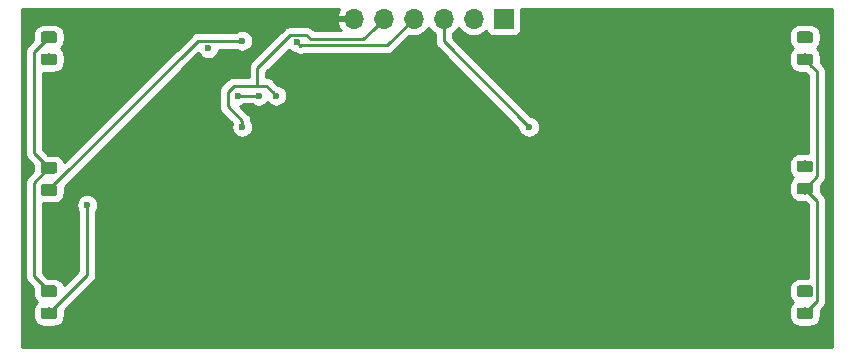
<source format=gbr>
G04 #@! TF.GenerationSoftware,KiCad,Pcbnew,(5.1.4)-1*
G04 #@! TF.CreationDate,2020-02-13T00:02:55-05:00*
G04 #@! TF.ProjectId,enemies,656e656d-6965-4732-9e6b-696361645f70,rev?*
G04 #@! TF.SameCoordinates,Original*
G04 #@! TF.FileFunction,Copper,L1,Top*
G04 #@! TF.FilePolarity,Positive*
%FSLAX46Y46*%
G04 Gerber Fmt 4.6, Leading zero omitted, Abs format (unit mm)*
G04 Created by KiCad (PCBNEW (5.1.4)-1) date 2020-02-13 00:02:55*
%MOMM*%
%LPD*%
G04 APERTURE LIST*
%ADD10O,1.700000X1.700000*%
%ADD11R,1.700000X1.700000*%
%ADD12C,0.100000*%
%ADD13C,0.975000*%
%ADD14C,0.600000*%
%ADD15C,0.250000*%
%ADD16C,0.254000*%
G04 APERTURE END LIST*
D10*
X128800000Y-86500000D03*
X131340000Y-86500000D03*
X133880000Y-86500000D03*
X136420000Y-86500000D03*
X138960000Y-86500000D03*
D11*
X141500000Y-86500000D03*
D12*
G36*
X103480142Y-98638674D02*
G01*
X103503803Y-98642184D01*
X103527007Y-98647996D01*
X103549529Y-98656054D01*
X103571153Y-98666282D01*
X103591670Y-98678579D01*
X103610883Y-98692829D01*
X103628607Y-98708893D01*
X103644671Y-98726617D01*
X103658921Y-98745830D01*
X103671218Y-98766347D01*
X103681446Y-98787971D01*
X103689504Y-98810493D01*
X103695316Y-98833697D01*
X103698826Y-98857358D01*
X103700000Y-98881250D01*
X103700000Y-99368750D01*
X103698826Y-99392642D01*
X103695316Y-99416303D01*
X103689504Y-99439507D01*
X103681446Y-99462029D01*
X103671218Y-99483653D01*
X103658921Y-99504170D01*
X103644671Y-99523383D01*
X103628607Y-99541107D01*
X103610883Y-99557171D01*
X103591670Y-99571421D01*
X103571153Y-99583718D01*
X103549529Y-99593946D01*
X103527007Y-99602004D01*
X103503803Y-99607816D01*
X103480142Y-99611326D01*
X103456250Y-99612500D01*
X102543750Y-99612500D01*
X102519858Y-99611326D01*
X102496197Y-99607816D01*
X102472993Y-99602004D01*
X102450471Y-99593946D01*
X102428847Y-99583718D01*
X102408330Y-99571421D01*
X102389117Y-99557171D01*
X102371393Y-99541107D01*
X102355329Y-99523383D01*
X102341079Y-99504170D01*
X102328782Y-99483653D01*
X102318554Y-99462029D01*
X102310496Y-99439507D01*
X102304684Y-99416303D01*
X102301174Y-99392642D01*
X102300000Y-99368750D01*
X102300000Y-98881250D01*
X102301174Y-98857358D01*
X102304684Y-98833697D01*
X102310496Y-98810493D01*
X102318554Y-98787971D01*
X102328782Y-98766347D01*
X102341079Y-98745830D01*
X102355329Y-98726617D01*
X102371393Y-98708893D01*
X102389117Y-98692829D01*
X102408330Y-98678579D01*
X102428847Y-98666282D01*
X102450471Y-98656054D01*
X102472993Y-98647996D01*
X102496197Y-98642184D01*
X102519858Y-98638674D01*
X102543750Y-98637500D01*
X103456250Y-98637500D01*
X103480142Y-98638674D01*
X103480142Y-98638674D01*
G37*
D13*
X103000000Y-99125000D03*
D12*
G36*
X103480142Y-100513674D02*
G01*
X103503803Y-100517184D01*
X103527007Y-100522996D01*
X103549529Y-100531054D01*
X103571153Y-100541282D01*
X103591670Y-100553579D01*
X103610883Y-100567829D01*
X103628607Y-100583893D01*
X103644671Y-100601617D01*
X103658921Y-100620830D01*
X103671218Y-100641347D01*
X103681446Y-100662971D01*
X103689504Y-100685493D01*
X103695316Y-100708697D01*
X103698826Y-100732358D01*
X103700000Y-100756250D01*
X103700000Y-101243750D01*
X103698826Y-101267642D01*
X103695316Y-101291303D01*
X103689504Y-101314507D01*
X103681446Y-101337029D01*
X103671218Y-101358653D01*
X103658921Y-101379170D01*
X103644671Y-101398383D01*
X103628607Y-101416107D01*
X103610883Y-101432171D01*
X103591670Y-101446421D01*
X103571153Y-101458718D01*
X103549529Y-101468946D01*
X103527007Y-101477004D01*
X103503803Y-101482816D01*
X103480142Y-101486326D01*
X103456250Y-101487500D01*
X102543750Y-101487500D01*
X102519858Y-101486326D01*
X102496197Y-101482816D01*
X102472993Y-101477004D01*
X102450471Y-101468946D01*
X102428847Y-101458718D01*
X102408330Y-101446421D01*
X102389117Y-101432171D01*
X102371393Y-101416107D01*
X102355329Y-101398383D01*
X102341079Y-101379170D01*
X102328782Y-101358653D01*
X102318554Y-101337029D01*
X102310496Y-101314507D01*
X102304684Y-101291303D01*
X102301174Y-101267642D01*
X102300000Y-101243750D01*
X102300000Y-100756250D01*
X102301174Y-100732358D01*
X102304684Y-100708697D01*
X102310496Y-100685493D01*
X102318554Y-100662971D01*
X102328782Y-100641347D01*
X102341079Y-100620830D01*
X102355329Y-100601617D01*
X102371393Y-100583893D01*
X102389117Y-100567829D01*
X102408330Y-100553579D01*
X102428847Y-100541282D01*
X102450471Y-100531054D01*
X102472993Y-100522996D01*
X102496197Y-100517184D01*
X102519858Y-100513674D01*
X102543750Y-100512500D01*
X103456250Y-100512500D01*
X103480142Y-100513674D01*
X103480142Y-100513674D01*
G37*
D13*
X103000000Y-101000000D03*
D12*
G36*
X167480142Y-100388674D02*
G01*
X167503803Y-100392184D01*
X167527007Y-100397996D01*
X167549529Y-100406054D01*
X167571153Y-100416282D01*
X167591670Y-100428579D01*
X167610883Y-100442829D01*
X167628607Y-100458893D01*
X167644671Y-100476617D01*
X167658921Y-100495830D01*
X167671218Y-100516347D01*
X167681446Y-100537971D01*
X167689504Y-100560493D01*
X167695316Y-100583697D01*
X167698826Y-100607358D01*
X167700000Y-100631250D01*
X167700000Y-101118750D01*
X167698826Y-101142642D01*
X167695316Y-101166303D01*
X167689504Y-101189507D01*
X167681446Y-101212029D01*
X167671218Y-101233653D01*
X167658921Y-101254170D01*
X167644671Y-101273383D01*
X167628607Y-101291107D01*
X167610883Y-101307171D01*
X167591670Y-101321421D01*
X167571153Y-101333718D01*
X167549529Y-101343946D01*
X167527007Y-101352004D01*
X167503803Y-101357816D01*
X167480142Y-101361326D01*
X167456250Y-101362500D01*
X166543750Y-101362500D01*
X166519858Y-101361326D01*
X166496197Y-101357816D01*
X166472993Y-101352004D01*
X166450471Y-101343946D01*
X166428847Y-101333718D01*
X166408330Y-101321421D01*
X166389117Y-101307171D01*
X166371393Y-101291107D01*
X166355329Y-101273383D01*
X166341079Y-101254170D01*
X166328782Y-101233653D01*
X166318554Y-101212029D01*
X166310496Y-101189507D01*
X166304684Y-101166303D01*
X166301174Y-101142642D01*
X166300000Y-101118750D01*
X166300000Y-100631250D01*
X166301174Y-100607358D01*
X166304684Y-100583697D01*
X166310496Y-100560493D01*
X166318554Y-100537971D01*
X166328782Y-100516347D01*
X166341079Y-100495830D01*
X166355329Y-100476617D01*
X166371393Y-100458893D01*
X166389117Y-100442829D01*
X166408330Y-100428579D01*
X166428847Y-100416282D01*
X166450471Y-100406054D01*
X166472993Y-100397996D01*
X166496197Y-100392184D01*
X166519858Y-100388674D01*
X166543750Y-100387500D01*
X167456250Y-100387500D01*
X167480142Y-100388674D01*
X167480142Y-100388674D01*
G37*
D13*
X167000000Y-100875000D03*
D12*
G36*
X167480142Y-98513674D02*
G01*
X167503803Y-98517184D01*
X167527007Y-98522996D01*
X167549529Y-98531054D01*
X167571153Y-98541282D01*
X167591670Y-98553579D01*
X167610883Y-98567829D01*
X167628607Y-98583893D01*
X167644671Y-98601617D01*
X167658921Y-98620830D01*
X167671218Y-98641347D01*
X167681446Y-98662971D01*
X167689504Y-98685493D01*
X167695316Y-98708697D01*
X167698826Y-98732358D01*
X167700000Y-98756250D01*
X167700000Y-99243750D01*
X167698826Y-99267642D01*
X167695316Y-99291303D01*
X167689504Y-99314507D01*
X167681446Y-99337029D01*
X167671218Y-99358653D01*
X167658921Y-99379170D01*
X167644671Y-99398383D01*
X167628607Y-99416107D01*
X167610883Y-99432171D01*
X167591670Y-99446421D01*
X167571153Y-99458718D01*
X167549529Y-99468946D01*
X167527007Y-99477004D01*
X167503803Y-99482816D01*
X167480142Y-99486326D01*
X167456250Y-99487500D01*
X166543750Y-99487500D01*
X166519858Y-99486326D01*
X166496197Y-99482816D01*
X166472993Y-99477004D01*
X166450471Y-99468946D01*
X166428847Y-99458718D01*
X166408330Y-99446421D01*
X166389117Y-99432171D01*
X166371393Y-99416107D01*
X166355329Y-99398383D01*
X166341079Y-99379170D01*
X166328782Y-99358653D01*
X166318554Y-99337029D01*
X166310496Y-99314507D01*
X166304684Y-99291303D01*
X166301174Y-99267642D01*
X166300000Y-99243750D01*
X166300000Y-98756250D01*
X166301174Y-98732358D01*
X166304684Y-98708697D01*
X166310496Y-98685493D01*
X166318554Y-98662971D01*
X166328782Y-98641347D01*
X166341079Y-98620830D01*
X166355329Y-98601617D01*
X166371393Y-98583893D01*
X166389117Y-98567829D01*
X166408330Y-98553579D01*
X166428847Y-98541282D01*
X166450471Y-98531054D01*
X166472993Y-98522996D01*
X166496197Y-98517184D01*
X166519858Y-98513674D01*
X166543750Y-98512500D01*
X167456250Y-98512500D01*
X167480142Y-98513674D01*
X167480142Y-98513674D01*
G37*
D13*
X167000000Y-99000000D03*
D12*
G36*
X167480142Y-110951174D02*
G01*
X167503803Y-110954684D01*
X167527007Y-110960496D01*
X167549529Y-110968554D01*
X167571153Y-110978782D01*
X167591670Y-110991079D01*
X167610883Y-111005329D01*
X167628607Y-111021393D01*
X167644671Y-111039117D01*
X167658921Y-111058330D01*
X167671218Y-111078847D01*
X167681446Y-111100471D01*
X167689504Y-111122993D01*
X167695316Y-111146197D01*
X167698826Y-111169858D01*
X167700000Y-111193750D01*
X167700000Y-111681250D01*
X167698826Y-111705142D01*
X167695316Y-111728803D01*
X167689504Y-111752007D01*
X167681446Y-111774529D01*
X167671218Y-111796153D01*
X167658921Y-111816670D01*
X167644671Y-111835883D01*
X167628607Y-111853607D01*
X167610883Y-111869671D01*
X167591670Y-111883921D01*
X167571153Y-111896218D01*
X167549529Y-111906446D01*
X167527007Y-111914504D01*
X167503803Y-111920316D01*
X167480142Y-111923826D01*
X167456250Y-111925000D01*
X166543750Y-111925000D01*
X166519858Y-111923826D01*
X166496197Y-111920316D01*
X166472993Y-111914504D01*
X166450471Y-111906446D01*
X166428847Y-111896218D01*
X166408330Y-111883921D01*
X166389117Y-111869671D01*
X166371393Y-111853607D01*
X166355329Y-111835883D01*
X166341079Y-111816670D01*
X166328782Y-111796153D01*
X166318554Y-111774529D01*
X166310496Y-111752007D01*
X166304684Y-111728803D01*
X166301174Y-111705142D01*
X166300000Y-111681250D01*
X166300000Y-111193750D01*
X166301174Y-111169858D01*
X166304684Y-111146197D01*
X166310496Y-111122993D01*
X166318554Y-111100471D01*
X166328782Y-111078847D01*
X166341079Y-111058330D01*
X166355329Y-111039117D01*
X166371393Y-111021393D01*
X166389117Y-111005329D01*
X166408330Y-110991079D01*
X166428847Y-110978782D01*
X166450471Y-110968554D01*
X166472993Y-110960496D01*
X166496197Y-110954684D01*
X166519858Y-110951174D01*
X166543750Y-110950000D01*
X167456250Y-110950000D01*
X167480142Y-110951174D01*
X167480142Y-110951174D01*
G37*
D13*
X167000000Y-111437500D03*
D12*
G36*
X167480142Y-109076174D02*
G01*
X167503803Y-109079684D01*
X167527007Y-109085496D01*
X167549529Y-109093554D01*
X167571153Y-109103782D01*
X167591670Y-109116079D01*
X167610883Y-109130329D01*
X167628607Y-109146393D01*
X167644671Y-109164117D01*
X167658921Y-109183330D01*
X167671218Y-109203847D01*
X167681446Y-109225471D01*
X167689504Y-109247993D01*
X167695316Y-109271197D01*
X167698826Y-109294858D01*
X167700000Y-109318750D01*
X167700000Y-109806250D01*
X167698826Y-109830142D01*
X167695316Y-109853803D01*
X167689504Y-109877007D01*
X167681446Y-109899529D01*
X167671218Y-109921153D01*
X167658921Y-109941670D01*
X167644671Y-109960883D01*
X167628607Y-109978607D01*
X167610883Y-109994671D01*
X167591670Y-110008921D01*
X167571153Y-110021218D01*
X167549529Y-110031446D01*
X167527007Y-110039504D01*
X167503803Y-110045316D01*
X167480142Y-110048826D01*
X167456250Y-110050000D01*
X166543750Y-110050000D01*
X166519858Y-110048826D01*
X166496197Y-110045316D01*
X166472993Y-110039504D01*
X166450471Y-110031446D01*
X166428847Y-110021218D01*
X166408330Y-110008921D01*
X166389117Y-109994671D01*
X166371393Y-109978607D01*
X166355329Y-109960883D01*
X166341079Y-109941670D01*
X166328782Y-109921153D01*
X166318554Y-109899529D01*
X166310496Y-109877007D01*
X166304684Y-109853803D01*
X166301174Y-109830142D01*
X166300000Y-109806250D01*
X166300000Y-109318750D01*
X166301174Y-109294858D01*
X166304684Y-109271197D01*
X166310496Y-109247993D01*
X166318554Y-109225471D01*
X166328782Y-109203847D01*
X166341079Y-109183330D01*
X166355329Y-109164117D01*
X166371393Y-109146393D01*
X166389117Y-109130329D01*
X166408330Y-109116079D01*
X166428847Y-109103782D01*
X166450471Y-109093554D01*
X166472993Y-109085496D01*
X166496197Y-109079684D01*
X166519858Y-109076174D01*
X166543750Y-109075000D01*
X167456250Y-109075000D01*
X167480142Y-109076174D01*
X167480142Y-109076174D01*
G37*
D13*
X167000000Y-109562500D03*
D12*
G36*
X103480142Y-87576174D02*
G01*
X103503803Y-87579684D01*
X103527007Y-87585496D01*
X103549529Y-87593554D01*
X103571153Y-87603782D01*
X103591670Y-87616079D01*
X103610883Y-87630329D01*
X103628607Y-87646393D01*
X103644671Y-87664117D01*
X103658921Y-87683330D01*
X103671218Y-87703847D01*
X103681446Y-87725471D01*
X103689504Y-87747993D01*
X103695316Y-87771197D01*
X103698826Y-87794858D01*
X103700000Y-87818750D01*
X103700000Y-88306250D01*
X103698826Y-88330142D01*
X103695316Y-88353803D01*
X103689504Y-88377007D01*
X103681446Y-88399529D01*
X103671218Y-88421153D01*
X103658921Y-88441670D01*
X103644671Y-88460883D01*
X103628607Y-88478607D01*
X103610883Y-88494671D01*
X103591670Y-88508921D01*
X103571153Y-88521218D01*
X103549529Y-88531446D01*
X103527007Y-88539504D01*
X103503803Y-88545316D01*
X103480142Y-88548826D01*
X103456250Y-88550000D01*
X102543750Y-88550000D01*
X102519858Y-88548826D01*
X102496197Y-88545316D01*
X102472993Y-88539504D01*
X102450471Y-88531446D01*
X102428847Y-88521218D01*
X102408330Y-88508921D01*
X102389117Y-88494671D01*
X102371393Y-88478607D01*
X102355329Y-88460883D01*
X102341079Y-88441670D01*
X102328782Y-88421153D01*
X102318554Y-88399529D01*
X102310496Y-88377007D01*
X102304684Y-88353803D01*
X102301174Y-88330142D01*
X102300000Y-88306250D01*
X102300000Y-87818750D01*
X102301174Y-87794858D01*
X102304684Y-87771197D01*
X102310496Y-87747993D01*
X102318554Y-87725471D01*
X102328782Y-87703847D01*
X102341079Y-87683330D01*
X102355329Y-87664117D01*
X102371393Y-87646393D01*
X102389117Y-87630329D01*
X102408330Y-87616079D01*
X102428847Y-87603782D01*
X102450471Y-87593554D01*
X102472993Y-87585496D01*
X102496197Y-87579684D01*
X102519858Y-87576174D01*
X102543750Y-87575000D01*
X103456250Y-87575000D01*
X103480142Y-87576174D01*
X103480142Y-87576174D01*
G37*
D13*
X103000000Y-88062500D03*
D12*
G36*
X103480142Y-89451174D02*
G01*
X103503803Y-89454684D01*
X103527007Y-89460496D01*
X103549529Y-89468554D01*
X103571153Y-89478782D01*
X103591670Y-89491079D01*
X103610883Y-89505329D01*
X103628607Y-89521393D01*
X103644671Y-89539117D01*
X103658921Y-89558330D01*
X103671218Y-89578847D01*
X103681446Y-89600471D01*
X103689504Y-89622993D01*
X103695316Y-89646197D01*
X103698826Y-89669858D01*
X103700000Y-89693750D01*
X103700000Y-90181250D01*
X103698826Y-90205142D01*
X103695316Y-90228803D01*
X103689504Y-90252007D01*
X103681446Y-90274529D01*
X103671218Y-90296153D01*
X103658921Y-90316670D01*
X103644671Y-90335883D01*
X103628607Y-90353607D01*
X103610883Y-90369671D01*
X103591670Y-90383921D01*
X103571153Y-90396218D01*
X103549529Y-90406446D01*
X103527007Y-90414504D01*
X103503803Y-90420316D01*
X103480142Y-90423826D01*
X103456250Y-90425000D01*
X102543750Y-90425000D01*
X102519858Y-90423826D01*
X102496197Y-90420316D01*
X102472993Y-90414504D01*
X102450471Y-90406446D01*
X102428847Y-90396218D01*
X102408330Y-90383921D01*
X102389117Y-90369671D01*
X102371393Y-90353607D01*
X102355329Y-90335883D01*
X102341079Y-90316670D01*
X102328782Y-90296153D01*
X102318554Y-90274529D01*
X102310496Y-90252007D01*
X102304684Y-90228803D01*
X102301174Y-90205142D01*
X102300000Y-90181250D01*
X102300000Y-89693750D01*
X102301174Y-89669858D01*
X102304684Y-89646197D01*
X102310496Y-89622993D01*
X102318554Y-89600471D01*
X102328782Y-89578847D01*
X102341079Y-89558330D01*
X102355329Y-89539117D01*
X102371393Y-89521393D01*
X102389117Y-89505329D01*
X102408330Y-89491079D01*
X102428847Y-89478782D01*
X102450471Y-89468554D01*
X102472993Y-89460496D01*
X102496197Y-89454684D01*
X102519858Y-89451174D01*
X102543750Y-89450000D01*
X103456250Y-89450000D01*
X103480142Y-89451174D01*
X103480142Y-89451174D01*
G37*
D13*
X103000000Y-89937500D03*
D12*
G36*
X103480142Y-109076174D02*
G01*
X103503803Y-109079684D01*
X103527007Y-109085496D01*
X103549529Y-109093554D01*
X103571153Y-109103782D01*
X103591670Y-109116079D01*
X103610883Y-109130329D01*
X103628607Y-109146393D01*
X103644671Y-109164117D01*
X103658921Y-109183330D01*
X103671218Y-109203847D01*
X103681446Y-109225471D01*
X103689504Y-109247993D01*
X103695316Y-109271197D01*
X103698826Y-109294858D01*
X103700000Y-109318750D01*
X103700000Y-109806250D01*
X103698826Y-109830142D01*
X103695316Y-109853803D01*
X103689504Y-109877007D01*
X103681446Y-109899529D01*
X103671218Y-109921153D01*
X103658921Y-109941670D01*
X103644671Y-109960883D01*
X103628607Y-109978607D01*
X103610883Y-109994671D01*
X103591670Y-110008921D01*
X103571153Y-110021218D01*
X103549529Y-110031446D01*
X103527007Y-110039504D01*
X103503803Y-110045316D01*
X103480142Y-110048826D01*
X103456250Y-110050000D01*
X102543750Y-110050000D01*
X102519858Y-110048826D01*
X102496197Y-110045316D01*
X102472993Y-110039504D01*
X102450471Y-110031446D01*
X102428847Y-110021218D01*
X102408330Y-110008921D01*
X102389117Y-109994671D01*
X102371393Y-109978607D01*
X102355329Y-109960883D01*
X102341079Y-109941670D01*
X102328782Y-109921153D01*
X102318554Y-109899529D01*
X102310496Y-109877007D01*
X102304684Y-109853803D01*
X102301174Y-109830142D01*
X102300000Y-109806250D01*
X102300000Y-109318750D01*
X102301174Y-109294858D01*
X102304684Y-109271197D01*
X102310496Y-109247993D01*
X102318554Y-109225471D01*
X102328782Y-109203847D01*
X102341079Y-109183330D01*
X102355329Y-109164117D01*
X102371393Y-109146393D01*
X102389117Y-109130329D01*
X102408330Y-109116079D01*
X102428847Y-109103782D01*
X102450471Y-109093554D01*
X102472993Y-109085496D01*
X102496197Y-109079684D01*
X102519858Y-109076174D01*
X102543750Y-109075000D01*
X103456250Y-109075000D01*
X103480142Y-109076174D01*
X103480142Y-109076174D01*
G37*
D13*
X103000000Y-109562500D03*
D12*
G36*
X103480142Y-110951174D02*
G01*
X103503803Y-110954684D01*
X103527007Y-110960496D01*
X103549529Y-110968554D01*
X103571153Y-110978782D01*
X103591670Y-110991079D01*
X103610883Y-111005329D01*
X103628607Y-111021393D01*
X103644671Y-111039117D01*
X103658921Y-111058330D01*
X103671218Y-111078847D01*
X103681446Y-111100471D01*
X103689504Y-111122993D01*
X103695316Y-111146197D01*
X103698826Y-111169858D01*
X103700000Y-111193750D01*
X103700000Y-111681250D01*
X103698826Y-111705142D01*
X103695316Y-111728803D01*
X103689504Y-111752007D01*
X103681446Y-111774529D01*
X103671218Y-111796153D01*
X103658921Y-111816670D01*
X103644671Y-111835883D01*
X103628607Y-111853607D01*
X103610883Y-111869671D01*
X103591670Y-111883921D01*
X103571153Y-111896218D01*
X103549529Y-111906446D01*
X103527007Y-111914504D01*
X103503803Y-111920316D01*
X103480142Y-111923826D01*
X103456250Y-111925000D01*
X102543750Y-111925000D01*
X102519858Y-111923826D01*
X102496197Y-111920316D01*
X102472993Y-111914504D01*
X102450471Y-111906446D01*
X102428847Y-111896218D01*
X102408330Y-111883921D01*
X102389117Y-111869671D01*
X102371393Y-111853607D01*
X102355329Y-111835883D01*
X102341079Y-111816670D01*
X102328782Y-111796153D01*
X102318554Y-111774529D01*
X102310496Y-111752007D01*
X102304684Y-111728803D01*
X102301174Y-111705142D01*
X102300000Y-111681250D01*
X102300000Y-111193750D01*
X102301174Y-111169858D01*
X102304684Y-111146197D01*
X102310496Y-111122993D01*
X102318554Y-111100471D01*
X102328782Y-111078847D01*
X102341079Y-111058330D01*
X102355329Y-111039117D01*
X102371393Y-111021393D01*
X102389117Y-111005329D01*
X102408330Y-110991079D01*
X102428847Y-110978782D01*
X102450471Y-110968554D01*
X102472993Y-110960496D01*
X102496197Y-110954684D01*
X102519858Y-110951174D01*
X102543750Y-110950000D01*
X103456250Y-110950000D01*
X103480142Y-110951174D01*
X103480142Y-110951174D01*
G37*
D13*
X103000000Y-111437500D03*
D12*
G36*
X167480142Y-89451174D02*
G01*
X167503803Y-89454684D01*
X167527007Y-89460496D01*
X167549529Y-89468554D01*
X167571153Y-89478782D01*
X167591670Y-89491079D01*
X167610883Y-89505329D01*
X167628607Y-89521393D01*
X167644671Y-89539117D01*
X167658921Y-89558330D01*
X167671218Y-89578847D01*
X167681446Y-89600471D01*
X167689504Y-89622993D01*
X167695316Y-89646197D01*
X167698826Y-89669858D01*
X167700000Y-89693750D01*
X167700000Y-90181250D01*
X167698826Y-90205142D01*
X167695316Y-90228803D01*
X167689504Y-90252007D01*
X167681446Y-90274529D01*
X167671218Y-90296153D01*
X167658921Y-90316670D01*
X167644671Y-90335883D01*
X167628607Y-90353607D01*
X167610883Y-90369671D01*
X167591670Y-90383921D01*
X167571153Y-90396218D01*
X167549529Y-90406446D01*
X167527007Y-90414504D01*
X167503803Y-90420316D01*
X167480142Y-90423826D01*
X167456250Y-90425000D01*
X166543750Y-90425000D01*
X166519858Y-90423826D01*
X166496197Y-90420316D01*
X166472993Y-90414504D01*
X166450471Y-90406446D01*
X166428847Y-90396218D01*
X166408330Y-90383921D01*
X166389117Y-90369671D01*
X166371393Y-90353607D01*
X166355329Y-90335883D01*
X166341079Y-90316670D01*
X166328782Y-90296153D01*
X166318554Y-90274529D01*
X166310496Y-90252007D01*
X166304684Y-90228803D01*
X166301174Y-90205142D01*
X166300000Y-90181250D01*
X166300000Y-89693750D01*
X166301174Y-89669858D01*
X166304684Y-89646197D01*
X166310496Y-89622993D01*
X166318554Y-89600471D01*
X166328782Y-89578847D01*
X166341079Y-89558330D01*
X166355329Y-89539117D01*
X166371393Y-89521393D01*
X166389117Y-89505329D01*
X166408330Y-89491079D01*
X166428847Y-89478782D01*
X166450471Y-89468554D01*
X166472993Y-89460496D01*
X166496197Y-89454684D01*
X166519858Y-89451174D01*
X166543750Y-89450000D01*
X167456250Y-89450000D01*
X167480142Y-89451174D01*
X167480142Y-89451174D01*
G37*
D13*
X167000000Y-89937500D03*
D12*
G36*
X167480142Y-87576174D02*
G01*
X167503803Y-87579684D01*
X167527007Y-87585496D01*
X167549529Y-87593554D01*
X167571153Y-87603782D01*
X167591670Y-87616079D01*
X167610883Y-87630329D01*
X167628607Y-87646393D01*
X167644671Y-87664117D01*
X167658921Y-87683330D01*
X167671218Y-87703847D01*
X167681446Y-87725471D01*
X167689504Y-87747993D01*
X167695316Y-87771197D01*
X167698826Y-87794858D01*
X167700000Y-87818750D01*
X167700000Y-88306250D01*
X167698826Y-88330142D01*
X167695316Y-88353803D01*
X167689504Y-88377007D01*
X167681446Y-88399529D01*
X167671218Y-88421153D01*
X167658921Y-88441670D01*
X167644671Y-88460883D01*
X167628607Y-88478607D01*
X167610883Y-88494671D01*
X167591670Y-88508921D01*
X167571153Y-88521218D01*
X167549529Y-88531446D01*
X167527007Y-88539504D01*
X167503803Y-88545316D01*
X167480142Y-88548826D01*
X167456250Y-88550000D01*
X166543750Y-88550000D01*
X166519858Y-88548826D01*
X166496197Y-88545316D01*
X166472993Y-88539504D01*
X166450471Y-88531446D01*
X166428847Y-88521218D01*
X166408330Y-88508921D01*
X166389117Y-88494671D01*
X166371393Y-88478607D01*
X166355329Y-88460883D01*
X166341079Y-88441670D01*
X166328782Y-88421153D01*
X166318554Y-88399529D01*
X166310496Y-88377007D01*
X166304684Y-88353803D01*
X166301174Y-88330142D01*
X166300000Y-88306250D01*
X166300000Y-87818750D01*
X166301174Y-87794858D01*
X166304684Y-87771197D01*
X166310496Y-87747993D01*
X166318554Y-87725471D01*
X166328782Y-87703847D01*
X166341079Y-87683330D01*
X166355329Y-87664117D01*
X166371393Y-87646393D01*
X166389117Y-87630329D01*
X166408330Y-87616079D01*
X166428847Y-87603782D01*
X166450471Y-87593554D01*
X166472993Y-87585496D01*
X166496197Y-87579684D01*
X166519858Y-87576174D01*
X166543750Y-87575000D01*
X167456250Y-87575000D01*
X167480142Y-87576174D01*
X167480142Y-87576174D01*
G37*
D13*
X167000000Y-88062500D03*
D14*
X116500000Y-88975000D03*
X147800000Y-104500000D03*
X122200000Y-104500000D03*
X118095000Y-95650000D03*
X167000000Y-100875000D03*
X167000000Y-88062500D03*
X120750000Y-93000000D03*
X106250000Y-102250000D03*
X119000004Y-93000000D03*
X124000006Y-88500000D03*
X103000010Y-99125000D03*
X143650000Y-95650000D03*
X103000004Y-89937500D03*
X119365000Y-88350000D03*
X167000000Y-109562500D03*
X103000022Y-101000000D03*
X167000000Y-99000000D03*
X119365000Y-95650000D03*
X122250000Y-93000012D03*
D15*
X167556237Y-110881263D02*
X167000000Y-111437500D01*
X168025010Y-110412490D02*
X167556237Y-110881263D01*
X168025010Y-101900010D02*
X168025010Y-110412490D01*
X167000000Y-100875000D02*
X168025010Y-101900010D01*
X167556237Y-90493737D02*
X167000000Y-89937500D01*
X168025010Y-90962510D02*
X167556237Y-90493737D01*
X168025010Y-99849990D02*
X168025010Y-90962510D01*
X167000000Y-100875000D02*
X168025010Y-99849990D01*
X120750000Y-93000000D02*
X119000004Y-93000000D01*
X124300005Y-88799999D02*
X124000006Y-88500000D01*
X124350004Y-88750000D02*
X124300005Y-88799999D01*
X133880000Y-86500000D02*
X131630000Y-88750000D01*
X131630000Y-88750000D02*
X124350004Y-88750000D01*
X106250000Y-102674264D02*
X106250000Y-102250000D01*
X106250000Y-108187500D02*
X106250000Y-102674264D01*
X103250000Y-111437500D02*
X103250000Y-111187500D01*
X103250000Y-111187500D02*
X106250000Y-108187500D01*
X102700011Y-99424999D02*
X103000010Y-99125000D01*
X101750000Y-100375010D02*
X102700011Y-99424999D01*
X101750000Y-108312500D02*
X101750000Y-100375010D01*
X103250000Y-109562500D02*
X103000000Y-109562500D01*
X103000000Y-109562500D02*
X101750000Y-108312500D01*
X102700011Y-98825001D02*
X103000010Y-99125000D01*
X101750000Y-97874990D02*
X102700011Y-98825001D01*
X101750000Y-89312500D02*
X101750000Y-97874990D01*
X103250000Y-88062500D02*
X103000000Y-88062500D01*
X103000000Y-88062500D02*
X101750000Y-89312500D01*
X136420000Y-86500000D02*
X136420000Y-88420000D01*
X136420000Y-88420000D02*
X143650000Y-95650000D01*
X103300021Y-100700001D02*
X103000022Y-101000000D01*
X115650022Y-88350000D02*
X103300021Y-100700001D01*
X119365000Y-88350000D02*
X115650022Y-88350000D01*
X121950001Y-92700013D02*
X122250000Y-93000012D01*
X120662499Y-92162499D02*
X121412487Y-92162499D01*
X121412487Y-92162499D02*
X121950001Y-92700013D01*
X118124998Y-92699998D02*
X118662497Y-92162499D01*
X118124998Y-93884998D02*
X118124998Y-92699998D01*
X118662497Y-92162499D02*
X120662499Y-92162499D01*
X119365000Y-95650000D02*
X119365000Y-95125000D01*
X119365000Y-95125000D02*
X118124998Y-93884998D01*
X130490001Y-87349999D02*
X131340000Y-86500000D01*
X120662499Y-90662498D02*
X123449998Y-87874999D01*
X123449998Y-87874999D02*
X124800001Y-87874999D01*
X124800001Y-87874999D02*
X125175002Y-88250000D01*
X125175002Y-88250000D02*
X129590000Y-88250000D01*
X120662499Y-92162499D02*
X120662499Y-90662498D01*
X129590000Y-88250000D02*
X130490001Y-87349999D01*
D16*
G36*
X127455843Y-85868748D02*
G01*
X127358519Y-86143109D01*
X127479186Y-86373000D01*
X128673000Y-86373000D01*
X128673000Y-86353000D01*
X128927000Y-86353000D01*
X128927000Y-86373000D01*
X128947000Y-86373000D01*
X128947000Y-86627000D01*
X128927000Y-86627000D01*
X128927000Y-86647000D01*
X128673000Y-86647000D01*
X128673000Y-86627000D01*
X127479186Y-86627000D01*
X127358519Y-86856891D01*
X127455843Y-87131252D01*
X127604822Y-87381355D01*
X127702753Y-87490000D01*
X125489803Y-87490000D01*
X125363805Y-87364002D01*
X125340002Y-87334998D01*
X125224277Y-87240025D01*
X125092248Y-87169453D01*
X124948987Y-87125996D01*
X124837334Y-87114999D01*
X124837323Y-87114999D01*
X124800001Y-87111323D01*
X124762679Y-87114999D01*
X123487321Y-87114999D01*
X123449998Y-87111323D01*
X123412675Y-87114999D01*
X123412665Y-87114999D01*
X123301012Y-87125996D01*
X123177600Y-87163432D01*
X123157751Y-87169453D01*
X123025721Y-87240025D01*
X122954075Y-87298824D01*
X122909997Y-87334998D01*
X122886199Y-87363996D01*
X120151497Y-90098699D01*
X120122499Y-90122497D01*
X120098701Y-90151495D01*
X120098700Y-90151496D01*
X120027525Y-90238222D01*
X119956953Y-90370252D01*
X119913497Y-90513513D01*
X119898823Y-90662498D01*
X119902500Y-90699830D01*
X119902500Y-91402499D01*
X118699819Y-91402499D01*
X118662496Y-91398823D01*
X118625173Y-91402499D01*
X118625164Y-91402499D01*
X118513511Y-91413496D01*
X118370250Y-91456953D01*
X118238221Y-91527525D01*
X118238219Y-91527526D01*
X118238220Y-91527526D01*
X118151493Y-91598700D01*
X118151489Y-91598704D01*
X118122496Y-91622498D01*
X118098702Y-91651492D01*
X117613995Y-92136200D01*
X117584998Y-92159997D01*
X117561200Y-92188995D01*
X117561199Y-92188996D01*
X117490024Y-92275722D01*
X117419452Y-92407752D01*
X117405197Y-92454746D01*
X117375996Y-92551012D01*
X117375395Y-92557111D01*
X117361322Y-92699998D01*
X117364999Y-92737330D01*
X117364998Y-93847675D01*
X117361322Y-93884998D01*
X117364998Y-93922320D01*
X117364998Y-93922330D01*
X117375995Y-94033983D01*
X117419452Y-94177244D01*
X117490024Y-94309274D01*
X117529869Y-94357824D01*
X117584997Y-94424999D01*
X117614001Y-94448802D01*
X118488349Y-95323151D01*
X118465932Y-95377271D01*
X118430000Y-95557911D01*
X118430000Y-95742089D01*
X118465932Y-95922729D01*
X118536414Y-96092889D01*
X118638738Y-96246028D01*
X118768972Y-96376262D01*
X118922111Y-96478586D01*
X119092271Y-96549068D01*
X119272911Y-96585000D01*
X119457089Y-96585000D01*
X119637729Y-96549068D01*
X119807889Y-96478586D01*
X119961028Y-96376262D01*
X120091262Y-96246028D01*
X120193586Y-96092889D01*
X120264068Y-95922729D01*
X120300000Y-95742089D01*
X120300000Y-95557911D01*
X120264068Y-95377271D01*
X120193586Y-95207111D01*
X120126939Y-95107367D01*
X120125000Y-95087675D01*
X120125000Y-95087667D01*
X120114003Y-94976014D01*
X120070546Y-94832753D01*
X119999974Y-94700724D01*
X119905001Y-94584999D01*
X119876003Y-94561201D01*
X119223636Y-93908834D01*
X119272733Y-93899068D01*
X119442893Y-93828586D01*
X119545539Y-93760000D01*
X120204465Y-93760000D01*
X120307111Y-93828586D01*
X120477271Y-93899068D01*
X120657911Y-93935000D01*
X120842089Y-93935000D01*
X121022729Y-93899068D01*
X121192889Y-93828586D01*
X121346028Y-93726262D01*
X121476262Y-93596028D01*
X121499996Y-93560508D01*
X121523738Y-93596040D01*
X121653972Y-93726274D01*
X121807111Y-93828598D01*
X121977271Y-93899080D01*
X122157911Y-93935012D01*
X122342089Y-93935012D01*
X122522729Y-93899080D01*
X122692889Y-93828598D01*
X122846028Y-93726274D01*
X122976262Y-93596040D01*
X123078586Y-93442901D01*
X123149068Y-93272741D01*
X123185000Y-93092101D01*
X123185000Y-92907923D01*
X123149068Y-92727283D01*
X123078586Y-92557123D01*
X122976262Y-92403984D01*
X122846028Y-92273750D01*
X122692889Y-92171426D01*
X122522729Y-92100944D01*
X122401649Y-92076859D01*
X121976290Y-91651501D01*
X121952488Y-91622498D01*
X121836763Y-91527525D01*
X121704734Y-91456953D01*
X121561473Y-91413496D01*
X121449820Y-91402499D01*
X121449809Y-91402499D01*
X121422499Y-91399809D01*
X121422499Y-90977299D01*
X123288757Y-89111041D01*
X123403978Y-89226262D01*
X123557117Y-89328586D01*
X123727277Y-89399068D01*
X123865475Y-89426558D01*
X123875729Y-89434973D01*
X123925329Y-89461485D01*
X124007758Y-89505545D01*
X124151019Y-89549002D01*
X124300005Y-89563675D01*
X124448991Y-89549002D01*
X124577565Y-89510000D01*
X131592678Y-89510000D01*
X131630000Y-89513676D01*
X131667322Y-89510000D01*
X131667333Y-89510000D01*
X131778986Y-89499003D01*
X131922247Y-89455546D01*
X132054276Y-89384974D01*
X132170001Y-89290001D01*
X132193804Y-89260997D01*
X133514005Y-87940797D01*
X133588889Y-87963513D01*
X133807050Y-87985000D01*
X133952950Y-87985000D01*
X134171111Y-87963513D01*
X134451034Y-87878599D01*
X134709014Y-87740706D01*
X134935134Y-87555134D01*
X135120706Y-87329014D01*
X135150000Y-87274209D01*
X135179294Y-87329014D01*
X135364866Y-87555134D01*
X135590986Y-87740706D01*
X135660001Y-87777595D01*
X135660001Y-88382668D01*
X135656324Y-88420000D01*
X135660001Y-88457333D01*
X135670998Y-88568986D01*
X135682515Y-88606954D01*
X135714454Y-88712246D01*
X135785026Y-88844276D01*
X135829925Y-88898985D01*
X135880000Y-88960001D01*
X135908998Y-88983799D01*
X142726847Y-95801649D01*
X142750932Y-95922729D01*
X142821414Y-96092889D01*
X142923738Y-96246028D01*
X143053972Y-96376262D01*
X143207111Y-96478586D01*
X143377271Y-96549068D01*
X143557911Y-96585000D01*
X143742089Y-96585000D01*
X143922729Y-96549068D01*
X144092889Y-96478586D01*
X144246028Y-96376262D01*
X144376262Y-96246028D01*
X144478586Y-96092889D01*
X144549068Y-95922729D01*
X144585000Y-95742089D01*
X144585000Y-95557911D01*
X144549068Y-95377271D01*
X144478586Y-95207111D01*
X144376262Y-95053972D01*
X144246028Y-94923738D01*
X144092889Y-94821414D01*
X143922729Y-94750932D01*
X143801649Y-94726847D01*
X137180000Y-88105199D01*
X137180000Y-87777595D01*
X137249014Y-87740706D01*
X137475134Y-87555134D01*
X137660706Y-87329014D01*
X137690000Y-87274209D01*
X137719294Y-87329014D01*
X137904866Y-87555134D01*
X138130986Y-87740706D01*
X138388966Y-87878599D01*
X138668889Y-87963513D01*
X138887050Y-87985000D01*
X139032950Y-87985000D01*
X139251111Y-87963513D01*
X139531034Y-87878599D01*
X139789014Y-87740706D01*
X140015134Y-87555134D01*
X140039607Y-87525313D01*
X140060498Y-87594180D01*
X140119463Y-87704494D01*
X140198815Y-87801185D01*
X140295506Y-87880537D01*
X140405820Y-87939502D01*
X140525518Y-87975812D01*
X140650000Y-87988072D01*
X142350000Y-87988072D01*
X142474482Y-87975812D01*
X142594180Y-87939502D01*
X142704494Y-87880537D01*
X142779781Y-87818750D01*
X165661928Y-87818750D01*
X165661928Y-88306250D01*
X165678872Y-88478285D01*
X165729053Y-88643709D01*
X165810542Y-88796164D01*
X165920208Y-88929792D01*
X166005756Y-89000000D01*
X165920208Y-89070208D01*
X165810542Y-89203836D01*
X165729053Y-89356291D01*
X165678872Y-89521715D01*
X165661928Y-89693750D01*
X165661928Y-90181250D01*
X165678872Y-90353285D01*
X165729053Y-90518709D01*
X165810542Y-90671164D01*
X165920208Y-90804792D01*
X166053836Y-90914458D01*
X166206291Y-90995947D01*
X166371715Y-91046128D01*
X166543750Y-91063072D01*
X167050771Y-91063072D01*
X167265011Y-91277312D01*
X167265010Y-97874428D01*
X166543750Y-97874428D01*
X166371715Y-97891372D01*
X166206291Y-97941553D01*
X166053836Y-98023042D01*
X165920208Y-98132708D01*
X165810542Y-98266336D01*
X165729053Y-98418791D01*
X165678872Y-98584215D01*
X165661928Y-98756250D01*
X165661928Y-99243750D01*
X165678872Y-99415785D01*
X165729053Y-99581209D01*
X165810542Y-99733664D01*
X165920208Y-99867292D01*
X166005756Y-99937500D01*
X165920208Y-100007708D01*
X165810542Y-100141336D01*
X165729053Y-100293791D01*
X165678872Y-100459215D01*
X165661928Y-100631250D01*
X165661928Y-101118750D01*
X165678872Y-101290785D01*
X165729053Y-101456209D01*
X165810542Y-101608664D01*
X165920208Y-101742292D01*
X166053836Y-101851958D01*
X166206291Y-101933447D01*
X166371715Y-101983628D01*
X166543750Y-102000572D01*
X167050770Y-102000572D01*
X167265010Y-102214812D01*
X167265011Y-108436928D01*
X166543750Y-108436928D01*
X166371715Y-108453872D01*
X166206291Y-108504053D01*
X166053836Y-108585542D01*
X165920208Y-108695208D01*
X165810542Y-108828836D01*
X165729053Y-108981291D01*
X165678872Y-109146715D01*
X165661928Y-109318750D01*
X165661928Y-109806250D01*
X165678872Y-109978285D01*
X165729053Y-110143709D01*
X165810542Y-110296164D01*
X165920208Y-110429792D01*
X166005756Y-110500000D01*
X165920208Y-110570208D01*
X165810542Y-110703836D01*
X165729053Y-110856291D01*
X165678872Y-111021715D01*
X165661928Y-111193750D01*
X165661928Y-111681250D01*
X165678872Y-111853285D01*
X165729053Y-112018709D01*
X165810542Y-112171164D01*
X165920208Y-112304792D01*
X166053836Y-112414458D01*
X166206291Y-112495947D01*
X166371715Y-112546128D01*
X166543750Y-112563072D01*
X167456250Y-112563072D01*
X167628285Y-112546128D01*
X167793709Y-112495947D01*
X167946164Y-112414458D01*
X168079792Y-112304792D01*
X168189458Y-112171164D01*
X168270947Y-112018709D01*
X168321128Y-111853285D01*
X168338072Y-111681250D01*
X168338072Y-111193750D01*
X168336322Y-111175979D01*
X168536007Y-110976294D01*
X168565011Y-110952491D01*
X168625041Y-110879344D01*
X168659984Y-110836767D01*
X168730556Y-110704737D01*
X168740751Y-110671128D01*
X168774013Y-110561476D01*
X168785010Y-110449823D01*
X168785010Y-110449814D01*
X168788686Y-110412491D01*
X168785010Y-110375168D01*
X168785010Y-101937332D01*
X168788686Y-101900009D01*
X168785010Y-101862686D01*
X168785010Y-101862677D01*
X168774013Y-101751024D01*
X168730556Y-101607763D01*
X168716008Y-101580546D01*
X168659984Y-101475733D01*
X168588809Y-101389007D01*
X168565011Y-101360009D01*
X168536014Y-101336212D01*
X168336322Y-101136520D01*
X168338072Y-101118750D01*
X168338072Y-100631250D01*
X168336322Y-100613480D01*
X168536014Y-100413788D01*
X168565011Y-100389991D01*
X168610142Y-100334999D01*
X168659984Y-100274267D01*
X168730556Y-100142237D01*
X168732387Y-100136202D01*
X168774013Y-99998976D01*
X168785010Y-99887323D01*
X168785010Y-99887314D01*
X168788686Y-99849991D01*
X168785010Y-99812668D01*
X168785010Y-90999832D01*
X168788686Y-90962509D01*
X168785010Y-90925186D01*
X168785010Y-90925177D01*
X168774013Y-90813524D01*
X168730556Y-90670263D01*
X168706450Y-90625165D01*
X168659984Y-90538233D01*
X168623466Y-90493737D01*
X168565011Y-90422509D01*
X168536007Y-90398706D01*
X168336322Y-90199021D01*
X168338072Y-90181250D01*
X168338072Y-89693750D01*
X168321128Y-89521715D01*
X168270947Y-89356291D01*
X168189458Y-89203836D01*
X168079792Y-89070208D01*
X167994244Y-89000000D01*
X168079792Y-88929792D01*
X168189458Y-88796164D01*
X168270947Y-88643709D01*
X168321128Y-88478285D01*
X168338072Y-88306250D01*
X168338072Y-87818750D01*
X168321128Y-87646715D01*
X168270947Y-87481291D01*
X168189458Y-87328836D01*
X168079792Y-87195208D01*
X167946164Y-87085542D01*
X167793709Y-87004053D01*
X167628285Y-86953872D01*
X167456250Y-86936928D01*
X166543750Y-86936928D01*
X166371715Y-86953872D01*
X166206291Y-87004053D01*
X166053836Y-87085542D01*
X165920208Y-87195208D01*
X165810542Y-87328836D01*
X165729053Y-87481291D01*
X165678872Y-87646715D01*
X165661928Y-87818750D01*
X142779781Y-87818750D01*
X142801185Y-87801185D01*
X142880537Y-87704494D01*
X142939502Y-87594180D01*
X142975812Y-87474482D01*
X142988072Y-87350000D01*
X142988072Y-85710000D01*
X169290000Y-85710000D01*
X169290001Y-114290000D01*
X100710000Y-114290000D01*
X100710000Y-89312500D01*
X100986324Y-89312500D01*
X100990000Y-89349822D01*
X100990001Y-97837658D01*
X100986324Y-97874990D01*
X100990001Y-97912323D01*
X101000998Y-98023976D01*
X101013442Y-98065000D01*
X101044454Y-98167236D01*
X101115026Y-98299266D01*
X101177998Y-98375997D01*
X101210000Y-98414991D01*
X101238998Y-98438789D01*
X101663679Y-98863471D01*
X101661928Y-98881250D01*
X101661928Y-99368750D01*
X101663679Y-99386529D01*
X101238998Y-99811211D01*
X101210000Y-99835009D01*
X101186202Y-99864007D01*
X101186201Y-99864008D01*
X101115026Y-99950734D01*
X101044454Y-100082764D01*
X101026687Y-100141336D01*
X101000998Y-100226024D01*
X100992609Y-100311201D01*
X100986324Y-100375010D01*
X100990001Y-100412342D01*
X100990000Y-108275178D01*
X100986324Y-108312500D01*
X100990000Y-108349822D01*
X100990000Y-108349832D01*
X101000997Y-108461485D01*
X101006537Y-108479747D01*
X101044454Y-108604746D01*
X101115026Y-108736776D01*
X101154871Y-108785326D01*
X101209999Y-108852501D01*
X101239003Y-108876304D01*
X101663678Y-109300980D01*
X101661928Y-109318750D01*
X101661928Y-109806250D01*
X101678872Y-109978285D01*
X101729053Y-110143709D01*
X101810542Y-110296164D01*
X101920208Y-110429792D01*
X102005756Y-110500000D01*
X101920208Y-110570208D01*
X101810542Y-110703836D01*
X101729053Y-110856291D01*
X101678872Y-111021715D01*
X101661928Y-111193750D01*
X101661928Y-111681250D01*
X101678872Y-111853285D01*
X101729053Y-112018709D01*
X101810542Y-112171164D01*
X101920208Y-112304792D01*
X102053836Y-112414458D01*
X102206291Y-112495947D01*
X102371715Y-112546128D01*
X102543750Y-112563072D01*
X103456250Y-112563072D01*
X103628285Y-112546128D01*
X103793709Y-112495947D01*
X103946164Y-112414458D01*
X104079792Y-112304792D01*
X104189458Y-112171164D01*
X104270947Y-112018709D01*
X104321128Y-111853285D01*
X104338072Y-111681250D01*
X104338072Y-111193750D01*
X104336322Y-111175979D01*
X106761004Y-108751298D01*
X106790001Y-108727501D01*
X106884974Y-108611776D01*
X106955546Y-108479747D01*
X106999003Y-108336486D01*
X107010000Y-108224833D01*
X107010000Y-108224825D01*
X107013676Y-108187500D01*
X107010000Y-108150175D01*
X107010000Y-102795535D01*
X107078586Y-102692889D01*
X107149068Y-102522729D01*
X107185000Y-102342089D01*
X107185000Y-102157911D01*
X107149068Y-101977271D01*
X107078586Y-101807111D01*
X106976262Y-101653972D01*
X106846028Y-101523738D01*
X106692889Y-101421414D01*
X106522729Y-101350932D01*
X106342089Y-101315000D01*
X106157911Y-101315000D01*
X105977271Y-101350932D01*
X105807111Y-101421414D01*
X105653972Y-101523738D01*
X105523738Y-101653972D01*
X105421414Y-101807111D01*
X105350932Y-101977271D01*
X105315000Y-102157911D01*
X105315000Y-102342089D01*
X105350932Y-102522729D01*
X105421414Y-102692889D01*
X105490001Y-102795537D01*
X105490000Y-107872698D01*
X104296656Y-109066042D01*
X104270947Y-108981291D01*
X104189458Y-108828836D01*
X104079792Y-108695208D01*
X103946164Y-108585542D01*
X103793709Y-108504053D01*
X103628285Y-108453872D01*
X103456250Y-108436928D01*
X102949230Y-108436928D01*
X102510000Y-107997699D01*
X102510000Y-102122248D01*
X102543750Y-102125572D01*
X103456250Y-102125572D01*
X103628285Y-102108628D01*
X103793709Y-102058447D01*
X103946164Y-101976958D01*
X104079792Y-101867292D01*
X104189458Y-101733664D01*
X104270947Y-101581209D01*
X104321128Y-101415785D01*
X104338072Y-101243750D01*
X104338072Y-100756250D01*
X104336324Y-100738499D01*
X115667173Y-89407651D01*
X115671414Y-89417889D01*
X115773738Y-89571028D01*
X115903972Y-89701262D01*
X116057111Y-89803586D01*
X116227271Y-89874068D01*
X116407911Y-89910000D01*
X116592089Y-89910000D01*
X116772729Y-89874068D01*
X116942889Y-89803586D01*
X117096028Y-89701262D01*
X117226262Y-89571028D01*
X117328586Y-89417889D01*
X117399068Y-89247729D01*
X117426464Y-89110000D01*
X118819465Y-89110000D01*
X118922111Y-89178586D01*
X119092271Y-89249068D01*
X119272911Y-89285000D01*
X119457089Y-89285000D01*
X119637729Y-89249068D01*
X119807889Y-89178586D01*
X119961028Y-89076262D01*
X120091262Y-88946028D01*
X120193586Y-88792889D01*
X120264068Y-88622729D01*
X120300000Y-88442089D01*
X120300000Y-88257911D01*
X120264068Y-88077271D01*
X120193586Y-87907111D01*
X120091262Y-87753972D01*
X119961028Y-87623738D01*
X119807889Y-87521414D01*
X119637729Y-87450932D01*
X119457089Y-87415000D01*
X119272911Y-87415000D01*
X119092271Y-87450932D01*
X118922111Y-87521414D01*
X118819465Y-87590000D01*
X115687345Y-87590000D01*
X115650022Y-87586324D01*
X115612699Y-87590000D01*
X115612689Y-87590000D01*
X115501036Y-87600997D01*
X115378313Y-87638224D01*
X115357775Y-87644454D01*
X115225745Y-87715026D01*
X115158450Y-87770254D01*
X115110021Y-87809999D01*
X115086223Y-87838997D01*
X104296661Y-98628560D01*
X104270947Y-98543791D01*
X104189458Y-98391336D01*
X104079792Y-98257708D01*
X103946164Y-98148042D01*
X103793709Y-98066553D01*
X103628285Y-98016372D01*
X103456250Y-97999428D01*
X102949240Y-97999428D01*
X102510000Y-97560189D01*
X102510000Y-91059748D01*
X102543750Y-91063072D01*
X103456250Y-91063072D01*
X103628285Y-91046128D01*
X103793709Y-90995947D01*
X103946164Y-90914458D01*
X104079792Y-90804792D01*
X104189458Y-90671164D01*
X104270947Y-90518709D01*
X104321128Y-90353285D01*
X104338072Y-90181250D01*
X104338072Y-89693750D01*
X104321128Y-89521715D01*
X104270947Y-89356291D01*
X104189458Y-89203836D01*
X104079792Y-89070208D01*
X103994244Y-89000000D01*
X104079792Y-88929792D01*
X104189458Y-88796164D01*
X104270947Y-88643709D01*
X104321128Y-88478285D01*
X104338072Y-88306250D01*
X104338072Y-87818750D01*
X104321128Y-87646715D01*
X104270947Y-87481291D01*
X104189458Y-87328836D01*
X104079792Y-87195208D01*
X103946164Y-87085542D01*
X103793709Y-87004053D01*
X103628285Y-86953872D01*
X103456250Y-86936928D01*
X102543750Y-86936928D01*
X102371715Y-86953872D01*
X102206291Y-87004053D01*
X102053836Y-87085542D01*
X101920208Y-87195208D01*
X101810542Y-87328836D01*
X101729053Y-87481291D01*
X101678872Y-87646715D01*
X101661928Y-87818750D01*
X101661928Y-88306250D01*
X101663678Y-88324020D01*
X101239003Y-88748696D01*
X101209999Y-88772499D01*
X101168965Y-88822500D01*
X101115026Y-88888224D01*
X101076660Y-88960001D01*
X101044454Y-89020254D01*
X101000997Y-89163515D01*
X100990000Y-89275168D01*
X100990000Y-89275178D01*
X100986324Y-89312500D01*
X100710000Y-89312500D01*
X100710000Y-85710000D01*
X127550405Y-85710000D01*
X127455843Y-85868748D01*
X127455843Y-85868748D01*
G37*
X127455843Y-85868748D02*
X127358519Y-86143109D01*
X127479186Y-86373000D01*
X128673000Y-86373000D01*
X128673000Y-86353000D01*
X128927000Y-86353000D01*
X128927000Y-86373000D01*
X128947000Y-86373000D01*
X128947000Y-86627000D01*
X128927000Y-86627000D01*
X128927000Y-86647000D01*
X128673000Y-86647000D01*
X128673000Y-86627000D01*
X127479186Y-86627000D01*
X127358519Y-86856891D01*
X127455843Y-87131252D01*
X127604822Y-87381355D01*
X127702753Y-87490000D01*
X125489803Y-87490000D01*
X125363805Y-87364002D01*
X125340002Y-87334998D01*
X125224277Y-87240025D01*
X125092248Y-87169453D01*
X124948987Y-87125996D01*
X124837334Y-87114999D01*
X124837323Y-87114999D01*
X124800001Y-87111323D01*
X124762679Y-87114999D01*
X123487321Y-87114999D01*
X123449998Y-87111323D01*
X123412675Y-87114999D01*
X123412665Y-87114999D01*
X123301012Y-87125996D01*
X123177600Y-87163432D01*
X123157751Y-87169453D01*
X123025721Y-87240025D01*
X122954075Y-87298824D01*
X122909997Y-87334998D01*
X122886199Y-87363996D01*
X120151497Y-90098699D01*
X120122499Y-90122497D01*
X120098701Y-90151495D01*
X120098700Y-90151496D01*
X120027525Y-90238222D01*
X119956953Y-90370252D01*
X119913497Y-90513513D01*
X119898823Y-90662498D01*
X119902500Y-90699830D01*
X119902500Y-91402499D01*
X118699819Y-91402499D01*
X118662496Y-91398823D01*
X118625173Y-91402499D01*
X118625164Y-91402499D01*
X118513511Y-91413496D01*
X118370250Y-91456953D01*
X118238221Y-91527525D01*
X118238219Y-91527526D01*
X118238220Y-91527526D01*
X118151493Y-91598700D01*
X118151489Y-91598704D01*
X118122496Y-91622498D01*
X118098702Y-91651492D01*
X117613995Y-92136200D01*
X117584998Y-92159997D01*
X117561200Y-92188995D01*
X117561199Y-92188996D01*
X117490024Y-92275722D01*
X117419452Y-92407752D01*
X117405197Y-92454746D01*
X117375996Y-92551012D01*
X117375395Y-92557111D01*
X117361322Y-92699998D01*
X117364999Y-92737330D01*
X117364998Y-93847675D01*
X117361322Y-93884998D01*
X117364998Y-93922320D01*
X117364998Y-93922330D01*
X117375995Y-94033983D01*
X117419452Y-94177244D01*
X117490024Y-94309274D01*
X117529869Y-94357824D01*
X117584997Y-94424999D01*
X117614001Y-94448802D01*
X118488349Y-95323151D01*
X118465932Y-95377271D01*
X118430000Y-95557911D01*
X118430000Y-95742089D01*
X118465932Y-95922729D01*
X118536414Y-96092889D01*
X118638738Y-96246028D01*
X118768972Y-96376262D01*
X118922111Y-96478586D01*
X119092271Y-96549068D01*
X119272911Y-96585000D01*
X119457089Y-96585000D01*
X119637729Y-96549068D01*
X119807889Y-96478586D01*
X119961028Y-96376262D01*
X120091262Y-96246028D01*
X120193586Y-96092889D01*
X120264068Y-95922729D01*
X120300000Y-95742089D01*
X120300000Y-95557911D01*
X120264068Y-95377271D01*
X120193586Y-95207111D01*
X120126939Y-95107367D01*
X120125000Y-95087675D01*
X120125000Y-95087667D01*
X120114003Y-94976014D01*
X120070546Y-94832753D01*
X119999974Y-94700724D01*
X119905001Y-94584999D01*
X119876003Y-94561201D01*
X119223636Y-93908834D01*
X119272733Y-93899068D01*
X119442893Y-93828586D01*
X119545539Y-93760000D01*
X120204465Y-93760000D01*
X120307111Y-93828586D01*
X120477271Y-93899068D01*
X120657911Y-93935000D01*
X120842089Y-93935000D01*
X121022729Y-93899068D01*
X121192889Y-93828586D01*
X121346028Y-93726262D01*
X121476262Y-93596028D01*
X121499996Y-93560508D01*
X121523738Y-93596040D01*
X121653972Y-93726274D01*
X121807111Y-93828598D01*
X121977271Y-93899080D01*
X122157911Y-93935012D01*
X122342089Y-93935012D01*
X122522729Y-93899080D01*
X122692889Y-93828598D01*
X122846028Y-93726274D01*
X122976262Y-93596040D01*
X123078586Y-93442901D01*
X123149068Y-93272741D01*
X123185000Y-93092101D01*
X123185000Y-92907923D01*
X123149068Y-92727283D01*
X123078586Y-92557123D01*
X122976262Y-92403984D01*
X122846028Y-92273750D01*
X122692889Y-92171426D01*
X122522729Y-92100944D01*
X122401649Y-92076859D01*
X121976290Y-91651501D01*
X121952488Y-91622498D01*
X121836763Y-91527525D01*
X121704734Y-91456953D01*
X121561473Y-91413496D01*
X121449820Y-91402499D01*
X121449809Y-91402499D01*
X121422499Y-91399809D01*
X121422499Y-90977299D01*
X123288757Y-89111041D01*
X123403978Y-89226262D01*
X123557117Y-89328586D01*
X123727277Y-89399068D01*
X123865475Y-89426558D01*
X123875729Y-89434973D01*
X123925329Y-89461485D01*
X124007758Y-89505545D01*
X124151019Y-89549002D01*
X124300005Y-89563675D01*
X124448991Y-89549002D01*
X124577565Y-89510000D01*
X131592678Y-89510000D01*
X131630000Y-89513676D01*
X131667322Y-89510000D01*
X131667333Y-89510000D01*
X131778986Y-89499003D01*
X131922247Y-89455546D01*
X132054276Y-89384974D01*
X132170001Y-89290001D01*
X132193804Y-89260997D01*
X133514005Y-87940797D01*
X133588889Y-87963513D01*
X133807050Y-87985000D01*
X133952950Y-87985000D01*
X134171111Y-87963513D01*
X134451034Y-87878599D01*
X134709014Y-87740706D01*
X134935134Y-87555134D01*
X135120706Y-87329014D01*
X135150000Y-87274209D01*
X135179294Y-87329014D01*
X135364866Y-87555134D01*
X135590986Y-87740706D01*
X135660001Y-87777595D01*
X135660001Y-88382668D01*
X135656324Y-88420000D01*
X135660001Y-88457333D01*
X135670998Y-88568986D01*
X135682515Y-88606954D01*
X135714454Y-88712246D01*
X135785026Y-88844276D01*
X135829925Y-88898985D01*
X135880000Y-88960001D01*
X135908998Y-88983799D01*
X142726847Y-95801649D01*
X142750932Y-95922729D01*
X142821414Y-96092889D01*
X142923738Y-96246028D01*
X143053972Y-96376262D01*
X143207111Y-96478586D01*
X143377271Y-96549068D01*
X143557911Y-96585000D01*
X143742089Y-96585000D01*
X143922729Y-96549068D01*
X144092889Y-96478586D01*
X144246028Y-96376262D01*
X144376262Y-96246028D01*
X144478586Y-96092889D01*
X144549068Y-95922729D01*
X144585000Y-95742089D01*
X144585000Y-95557911D01*
X144549068Y-95377271D01*
X144478586Y-95207111D01*
X144376262Y-95053972D01*
X144246028Y-94923738D01*
X144092889Y-94821414D01*
X143922729Y-94750932D01*
X143801649Y-94726847D01*
X137180000Y-88105199D01*
X137180000Y-87777595D01*
X137249014Y-87740706D01*
X137475134Y-87555134D01*
X137660706Y-87329014D01*
X137690000Y-87274209D01*
X137719294Y-87329014D01*
X137904866Y-87555134D01*
X138130986Y-87740706D01*
X138388966Y-87878599D01*
X138668889Y-87963513D01*
X138887050Y-87985000D01*
X139032950Y-87985000D01*
X139251111Y-87963513D01*
X139531034Y-87878599D01*
X139789014Y-87740706D01*
X140015134Y-87555134D01*
X140039607Y-87525313D01*
X140060498Y-87594180D01*
X140119463Y-87704494D01*
X140198815Y-87801185D01*
X140295506Y-87880537D01*
X140405820Y-87939502D01*
X140525518Y-87975812D01*
X140650000Y-87988072D01*
X142350000Y-87988072D01*
X142474482Y-87975812D01*
X142594180Y-87939502D01*
X142704494Y-87880537D01*
X142779781Y-87818750D01*
X165661928Y-87818750D01*
X165661928Y-88306250D01*
X165678872Y-88478285D01*
X165729053Y-88643709D01*
X165810542Y-88796164D01*
X165920208Y-88929792D01*
X166005756Y-89000000D01*
X165920208Y-89070208D01*
X165810542Y-89203836D01*
X165729053Y-89356291D01*
X165678872Y-89521715D01*
X165661928Y-89693750D01*
X165661928Y-90181250D01*
X165678872Y-90353285D01*
X165729053Y-90518709D01*
X165810542Y-90671164D01*
X165920208Y-90804792D01*
X166053836Y-90914458D01*
X166206291Y-90995947D01*
X166371715Y-91046128D01*
X166543750Y-91063072D01*
X167050771Y-91063072D01*
X167265011Y-91277312D01*
X167265010Y-97874428D01*
X166543750Y-97874428D01*
X166371715Y-97891372D01*
X166206291Y-97941553D01*
X166053836Y-98023042D01*
X165920208Y-98132708D01*
X165810542Y-98266336D01*
X165729053Y-98418791D01*
X165678872Y-98584215D01*
X165661928Y-98756250D01*
X165661928Y-99243750D01*
X165678872Y-99415785D01*
X165729053Y-99581209D01*
X165810542Y-99733664D01*
X165920208Y-99867292D01*
X166005756Y-99937500D01*
X165920208Y-100007708D01*
X165810542Y-100141336D01*
X165729053Y-100293791D01*
X165678872Y-100459215D01*
X165661928Y-100631250D01*
X165661928Y-101118750D01*
X165678872Y-101290785D01*
X165729053Y-101456209D01*
X165810542Y-101608664D01*
X165920208Y-101742292D01*
X166053836Y-101851958D01*
X166206291Y-101933447D01*
X166371715Y-101983628D01*
X166543750Y-102000572D01*
X167050770Y-102000572D01*
X167265010Y-102214812D01*
X167265011Y-108436928D01*
X166543750Y-108436928D01*
X166371715Y-108453872D01*
X166206291Y-108504053D01*
X166053836Y-108585542D01*
X165920208Y-108695208D01*
X165810542Y-108828836D01*
X165729053Y-108981291D01*
X165678872Y-109146715D01*
X165661928Y-109318750D01*
X165661928Y-109806250D01*
X165678872Y-109978285D01*
X165729053Y-110143709D01*
X165810542Y-110296164D01*
X165920208Y-110429792D01*
X166005756Y-110500000D01*
X165920208Y-110570208D01*
X165810542Y-110703836D01*
X165729053Y-110856291D01*
X165678872Y-111021715D01*
X165661928Y-111193750D01*
X165661928Y-111681250D01*
X165678872Y-111853285D01*
X165729053Y-112018709D01*
X165810542Y-112171164D01*
X165920208Y-112304792D01*
X166053836Y-112414458D01*
X166206291Y-112495947D01*
X166371715Y-112546128D01*
X166543750Y-112563072D01*
X167456250Y-112563072D01*
X167628285Y-112546128D01*
X167793709Y-112495947D01*
X167946164Y-112414458D01*
X168079792Y-112304792D01*
X168189458Y-112171164D01*
X168270947Y-112018709D01*
X168321128Y-111853285D01*
X168338072Y-111681250D01*
X168338072Y-111193750D01*
X168336322Y-111175979D01*
X168536007Y-110976294D01*
X168565011Y-110952491D01*
X168625041Y-110879344D01*
X168659984Y-110836767D01*
X168730556Y-110704737D01*
X168740751Y-110671128D01*
X168774013Y-110561476D01*
X168785010Y-110449823D01*
X168785010Y-110449814D01*
X168788686Y-110412491D01*
X168785010Y-110375168D01*
X168785010Y-101937332D01*
X168788686Y-101900009D01*
X168785010Y-101862686D01*
X168785010Y-101862677D01*
X168774013Y-101751024D01*
X168730556Y-101607763D01*
X168716008Y-101580546D01*
X168659984Y-101475733D01*
X168588809Y-101389007D01*
X168565011Y-101360009D01*
X168536014Y-101336212D01*
X168336322Y-101136520D01*
X168338072Y-101118750D01*
X168338072Y-100631250D01*
X168336322Y-100613480D01*
X168536014Y-100413788D01*
X168565011Y-100389991D01*
X168610142Y-100334999D01*
X168659984Y-100274267D01*
X168730556Y-100142237D01*
X168732387Y-100136202D01*
X168774013Y-99998976D01*
X168785010Y-99887323D01*
X168785010Y-99887314D01*
X168788686Y-99849991D01*
X168785010Y-99812668D01*
X168785010Y-90999832D01*
X168788686Y-90962509D01*
X168785010Y-90925186D01*
X168785010Y-90925177D01*
X168774013Y-90813524D01*
X168730556Y-90670263D01*
X168706450Y-90625165D01*
X168659984Y-90538233D01*
X168623466Y-90493737D01*
X168565011Y-90422509D01*
X168536007Y-90398706D01*
X168336322Y-90199021D01*
X168338072Y-90181250D01*
X168338072Y-89693750D01*
X168321128Y-89521715D01*
X168270947Y-89356291D01*
X168189458Y-89203836D01*
X168079792Y-89070208D01*
X167994244Y-89000000D01*
X168079792Y-88929792D01*
X168189458Y-88796164D01*
X168270947Y-88643709D01*
X168321128Y-88478285D01*
X168338072Y-88306250D01*
X168338072Y-87818750D01*
X168321128Y-87646715D01*
X168270947Y-87481291D01*
X168189458Y-87328836D01*
X168079792Y-87195208D01*
X167946164Y-87085542D01*
X167793709Y-87004053D01*
X167628285Y-86953872D01*
X167456250Y-86936928D01*
X166543750Y-86936928D01*
X166371715Y-86953872D01*
X166206291Y-87004053D01*
X166053836Y-87085542D01*
X165920208Y-87195208D01*
X165810542Y-87328836D01*
X165729053Y-87481291D01*
X165678872Y-87646715D01*
X165661928Y-87818750D01*
X142779781Y-87818750D01*
X142801185Y-87801185D01*
X142880537Y-87704494D01*
X142939502Y-87594180D01*
X142975812Y-87474482D01*
X142988072Y-87350000D01*
X142988072Y-85710000D01*
X169290000Y-85710000D01*
X169290001Y-114290000D01*
X100710000Y-114290000D01*
X100710000Y-89312500D01*
X100986324Y-89312500D01*
X100990000Y-89349822D01*
X100990001Y-97837658D01*
X100986324Y-97874990D01*
X100990001Y-97912323D01*
X101000998Y-98023976D01*
X101013442Y-98065000D01*
X101044454Y-98167236D01*
X101115026Y-98299266D01*
X101177998Y-98375997D01*
X101210000Y-98414991D01*
X101238998Y-98438789D01*
X101663679Y-98863471D01*
X101661928Y-98881250D01*
X101661928Y-99368750D01*
X101663679Y-99386529D01*
X101238998Y-99811211D01*
X101210000Y-99835009D01*
X101186202Y-99864007D01*
X101186201Y-99864008D01*
X101115026Y-99950734D01*
X101044454Y-100082764D01*
X101026687Y-100141336D01*
X101000998Y-100226024D01*
X100992609Y-100311201D01*
X100986324Y-100375010D01*
X100990001Y-100412342D01*
X100990000Y-108275178D01*
X100986324Y-108312500D01*
X100990000Y-108349822D01*
X100990000Y-108349832D01*
X101000997Y-108461485D01*
X101006537Y-108479747D01*
X101044454Y-108604746D01*
X101115026Y-108736776D01*
X101154871Y-108785326D01*
X101209999Y-108852501D01*
X101239003Y-108876304D01*
X101663678Y-109300980D01*
X101661928Y-109318750D01*
X101661928Y-109806250D01*
X101678872Y-109978285D01*
X101729053Y-110143709D01*
X101810542Y-110296164D01*
X101920208Y-110429792D01*
X102005756Y-110500000D01*
X101920208Y-110570208D01*
X101810542Y-110703836D01*
X101729053Y-110856291D01*
X101678872Y-111021715D01*
X101661928Y-111193750D01*
X101661928Y-111681250D01*
X101678872Y-111853285D01*
X101729053Y-112018709D01*
X101810542Y-112171164D01*
X101920208Y-112304792D01*
X102053836Y-112414458D01*
X102206291Y-112495947D01*
X102371715Y-112546128D01*
X102543750Y-112563072D01*
X103456250Y-112563072D01*
X103628285Y-112546128D01*
X103793709Y-112495947D01*
X103946164Y-112414458D01*
X104079792Y-112304792D01*
X104189458Y-112171164D01*
X104270947Y-112018709D01*
X104321128Y-111853285D01*
X104338072Y-111681250D01*
X104338072Y-111193750D01*
X104336322Y-111175979D01*
X106761004Y-108751298D01*
X106790001Y-108727501D01*
X106884974Y-108611776D01*
X106955546Y-108479747D01*
X106999003Y-108336486D01*
X107010000Y-108224833D01*
X107010000Y-108224825D01*
X107013676Y-108187500D01*
X107010000Y-108150175D01*
X107010000Y-102795535D01*
X107078586Y-102692889D01*
X107149068Y-102522729D01*
X107185000Y-102342089D01*
X107185000Y-102157911D01*
X107149068Y-101977271D01*
X107078586Y-101807111D01*
X106976262Y-101653972D01*
X106846028Y-101523738D01*
X106692889Y-101421414D01*
X106522729Y-101350932D01*
X106342089Y-101315000D01*
X106157911Y-101315000D01*
X105977271Y-101350932D01*
X105807111Y-101421414D01*
X105653972Y-101523738D01*
X105523738Y-101653972D01*
X105421414Y-101807111D01*
X105350932Y-101977271D01*
X105315000Y-102157911D01*
X105315000Y-102342089D01*
X105350932Y-102522729D01*
X105421414Y-102692889D01*
X105490001Y-102795537D01*
X105490000Y-107872698D01*
X104296656Y-109066042D01*
X104270947Y-108981291D01*
X104189458Y-108828836D01*
X104079792Y-108695208D01*
X103946164Y-108585542D01*
X103793709Y-108504053D01*
X103628285Y-108453872D01*
X103456250Y-108436928D01*
X102949230Y-108436928D01*
X102510000Y-107997699D01*
X102510000Y-102122248D01*
X102543750Y-102125572D01*
X103456250Y-102125572D01*
X103628285Y-102108628D01*
X103793709Y-102058447D01*
X103946164Y-101976958D01*
X104079792Y-101867292D01*
X104189458Y-101733664D01*
X104270947Y-101581209D01*
X104321128Y-101415785D01*
X104338072Y-101243750D01*
X104338072Y-100756250D01*
X104336324Y-100738499D01*
X115667173Y-89407651D01*
X115671414Y-89417889D01*
X115773738Y-89571028D01*
X115903972Y-89701262D01*
X116057111Y-89803586D01*
X116227271Y-89874068D01*
X116407911Y-89910000D01*
X116592089Y-89910000D01*
X116772729Y-89874068D01*
X116942889Y-89803586D01*
X117096028Y-89701262D01*
X117226262Y-89571028D01*
X117328586Y-89417889D01*
X117399068Y-89247729D01*
X117426464Y-89110000D01*
X118819465Y-89110000D01*
X118922111Y-89178586D01*
X119092271Y-89249068D01*
X119272911Y-89285000D01*
X119457089Y-89285000D01*
X119637729Y-89249068D01*
X119807889Y-89178586D01*
X119961028Y-89076262D01*
X120091262Y-88946028D01*
X120193586Y-88792889D01*
X120264068Y-88622729D01*
X120300000Y-88442089D01*
X120300000Y-88257911D01*
X120264068Y-88077271D01*
X120193586Y-87907111D01*
X120091262Y-87753972D01*
X119961028Y-87623738D01*
X119807889Y-87521414D01*
X119637729Y-87450932D01*
X119457089Y-87415000D01*
X119272911Y-87415000D01*
X119092271Y-87450932D01*
X118922111Y-87521414D01*
X118819465Y-87590000D01*
X115687345Y-87590000D01*
X115650022Y-87586324D01*
X115612699Y-87590000D01*
X115612689Y-87590000D01*
X115501036Y-87600997D01*
X115378313Y-87638224D01*
X115357775Y-87644454D01*
X115225745Y-87715026D01*
X115158450Y-87770254D01*
X115110021Y-87809999D01*
X115086223Y-87838997D01*
X104296661Y-98628560D01*
X104270947Y-98543791D01*
X104189458Y-98391336D01*
X104079792Y-98257708D01*
X103946164Y-98148042D01*
X103793709Y-98066553D01*
X103628285Y-98016372D01*
X103456250Y-97999428D01*
X102949240Y-97999428D01*
X102510000Y-97560189D01*
X102510000Y-91059748D01*
X102543750Y-91063072D01*
X103456250Y-91063072D01*
X103628285Y-91046128D01*
X103793709Y-90995947D01*
X103946164Y-90914458D01*
X104079792Y-90804792D01*
X104189458Y-90671164D01*
X104270947Y-90518709D01*
X104321128Y-90353285D01*
X104338072Y-90181250D01*
X104338072Y-89693750D01*
X104321128Y-89521715D01*
X104270947Y-89356291D01*
X104189458Y-89203836D01*
X104079792Y-89070208D01*
X103994244Y-89000000D01*
X104079792Y-88929792D01*
X104189458Y-88796164D01*
X104270947Y-88643709D01*
X104321128Y-88478285D01*
X104338072Y-88306250D01*
X104338072Y-87818750D01*
X104321128Y-87646715D01*
X104270947Y-87481291D01*
X104189458Y-87328836D01*
X104079792Y-87195208D01*
X103946164Y-87085542D01*
X103793709Y-87004053D01*
X103628285Y-86953872D01*
X103456250Y-86936928D01*
X102543750Y-86936928D01*
X102371715Y-86953872D01*
X102206291Y-87004053D01*
X102053836Y-87085542D01*
X101920208Y-87195208D01*
X101810542Y-87328836D01*
X101729053Y-87481291D01*
X101678872Y-87646715D01*
X101661928Y-87818750D01*
X101661928Y-88306250D01*
X101663678Y-88324020D01*
X101239003Y-88748696D01*
X101209999Y-88772499D01*
X101168965Y-88822500D01*
X101115026Y-88888224D01*
X101076660Y-88960001D01*
X101044454Y-89020254D01*
X101000997Y-89163515D01*
X100990000Y-89275168D01*
X100990000Y-89275178D01*
X100986324Y-89312500D01*
X100710000Y-89312500D01*
X100710000Y-85710000D01*
X127550405Y-85710000D01*
X127455843Y-85868748D01*
M02*

</source>
